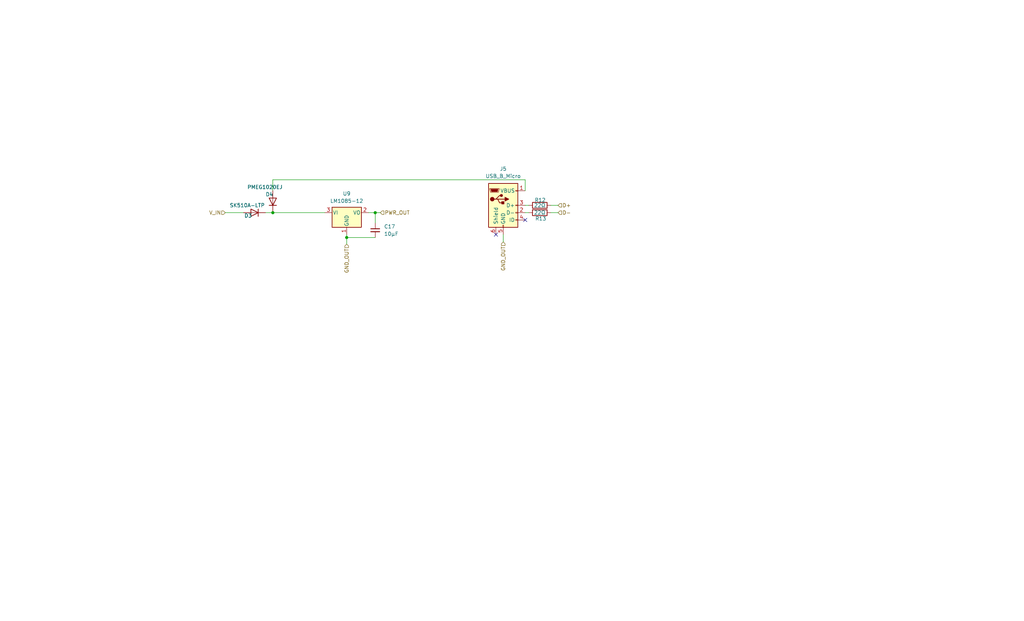
<source format=kicad_sch>
(kicad_sch (version 20231120) (generator "eeschema") (generator_version "8.0")
  (paper "USLegal")
  (title_block (title "WINTER Power Systems") (date "2024-02-11") (rev "3.1"))
  (lib_symbols
    (symbol "Connector:USB_B_Micro" (pin_names (offset 1.016))
      (property "Reference" "J" (at -5.08 11.43 0))
      (property "Value" "USB_B_Micro" (at -5.08 8.89 0))
      (symbol "USB_B_Micro_0_1"
        (rectangle (start -5.08 -7.62) (end 5.08 7.62) (stroke (width 0.254)) (fill (type background)))
        (circle (center -3.81 2.159) (radius 0.635) (stroke (width 0.254)) (fill (type outline)))
        (circle (center -0.635 3.429) (radius 0.381) (stroke (width 0.254)) (fill (type outline)))
        (rectangle (start -0.127 -7.62) (end 0.127 -6.858))
        (polyline (pts (xy -1.905 2.159) (xy 0.635 2.159)) (stroke (width 0.254)))
        (polyline (pts (xy -3.175 2.159) (xy -2.54 2.159) (xy -1.27 3.429) (xy -0.635 3.429)) (stroke (width 0.254)))
        (polyline (pts (xy -2.54 2.159) (xy -1.905 2.159) (xy -1.27 0.889) (xy 0 0.889)) (stroke (width 0.254)))
        (polyline (pts (xy 0.635 2.794) (xy 0.635 1.524) (xy 1.905 2.159) (xy 0.635 2.794)) (stroke (width 0.254)) (fill (type outline)))
        (polyline (pts (xy -4.318 5.588) (xy -1.778 5.588) (xy -2.032 4.826) (xy -4.064 4.826) (xy -4.318 5.588)) (fill (type outline)))
        (polyline (pts (xy -4.699 5.842) (xy -4.699 5.588) (xy -4.445 4.826) (xy -4.445 4.572) (xy -1.651 4.572) (xy -1.651 4.826) (xy -1.397 5.588) (xy -1.397 5.842) (xy -4.699 5.842)))
        (rectangle (start 0.254 1.27) (end -0.508 0.508) (stroke (width 0.254)) (fill (type outline)))
        (rectangle (start 5.08 -5.207) (end 4.318 -4.953))
        (rectangle (start 5.08 -2.667) (end 4.318 -2.413))
        (rectangle (start 5.08 -0.127) (end 4.318 0.127))
        (rectangle (start 5.08 4.953) (end 4.318 5.207))
      )
      (symbol "USB_B_Micro_1_1"
        (pin power_out line (at 7.62 5.08 180) (length 2.54) (name "VBUS") (number "1"))
        (pin bidirectional line (at 7.62 -2.54 180) (length 2.54) (name "D-") (number "2"))
        (pin bidirectional line (at 7.62 0 180) (length 2.54) (name "D+") (number "3"))
        (pin passive line (at 7.62 -5.08 180) (length 2.54) (name "ID") (number "4"))
        (pin power_out line (at 0 -10.16 90) (length 2.54) (name "GND") (number "5"))
        (pin passive line (at -2.54 -10.16 90) (length 2.54) (name "Shield") (number "6"))
      )
    )
    (symbol "Device:C_Small" (pin_numbers hide) (pin_names (offset 0.254) hide)
      (property "Reference" "C" (at 0.254 1.778 0))
      (property "Value" "C_Small" (at 0.254 -2.032 0))
      (symbol "C_Small_0_1"
        (polyline (pts (xy -1.524 -0.508) (xy 1.524 -0.508)) (stroke (width 0.3302)))
        (polyline (pts (xy -1.524 0.508) (xy 1.524 0.508)) (stroke (width 0.3048)))
      )
      (symbol "C_Small_1_1"
        (pin passive line (at 0 2.54 270) (length 2.032) (name "~") (number "1"))
        (pin passive line (at 0 -2.54 90) (length 2.032) (name "~") (number "2"))
      )
    )
    (symbol "Device:D" (pin_numbers hide) (pin_names (offset 1.016) hide)
      (property "Reference" "D" (at 0 2.54 0))
      (property "Value" "D" (at 0 -2.54 0))
      (symbol "D_0_1"
        (polyline (pts (xy -1.27 1.27) (xy -1.27 -1.27)) (stroke (width 0.254)))
        (polyline (pts (xy 1.27 0) (xy -1.27 0)))
        (polyline (pts (xy 1.27 1.27) (xy 1.27 -1.27) (xy -1.27 0) (xy 1.27 1.27)) (stroke (width 0.254)))
      )
      (symbol "D_1_1"
        (pin passive line (at -3.81 0 0) (length 2.54) (name "K") (number "1"))
        (pin passive line (at 3.81 0 180) (length 2.54) (name "A") (number "2"))
      )
    )
    (symbol "Device:R" (pin_numbers hide) (pin_names (offset 0))
      (property "Reference" "R" (at 2.032 0 90))
      (property "Value" "R" (at 0 0 90))
      (symbol "R_0_1"
        (rectangle (start -1.016 -2.54) (end 1.016 2.54) (stroke (width 0.254)))
      )
      (symbol "R_1_1"
        (pin passive line (at 0 3.81 270) (length 1.27) (name "~") (number "1"))
        (pin passive line (at 0 -3.81 90) (length 1.27) (name "~") (number "2"))
      )
    )
    (symbol "Regulator_Linear:LM1085-12" (pin_names (offset 0.254))
      (property "Reference" "U" (at -3.81 3.175 0))
      (property "Value" "LM1085-12" (at 0 3.175 0))
      (symbol "LM1085-12_0_1"
        (rectangle (start -5.08 1.905) (end 5.08 -5.08) (stroke (width 0.254)) (fill (type background)))
      )
      (symbol "LM1085-12_1_1"
        (pin power_in line (at 0 -7.62 90) (length 2.54) (name "GND") (number "1"))
        (pin power_out line (at 7.62 0 180) (length 2.54) (name "VO") (number "2"))
        (pin power_in line (at -7.62 0 0) (length 2.54) (name "VI") (number "3"))
      )
    )
  )
  (junction (at 130.302 73.914))
  (junction (at 120.396 82.55))
  (junction (at 94.742 73.914))
  (no_connect (at 172.212 81.534))
  (no_connect (at 182.372 76.454))
  (wire (pts (xy 191.262 73.914) (xy 193.802 73.914)))
  (wire (pts (xy 191.262 71.374) (xy 193.802 71.374)))
  (wire (pts (xy 92.202 73.914) (xy 94.742 73.914)))
  (wire (pts (xy 182.372 73.914) (xy 183.642 73.914)))
  (wire (pts (xy 120.396 82.55) (xy 120.396 84.836)))
  (wire (pts (xy 94.742 62.484) (xy 94.742 66.294)))
  (wire (pts (xy 182.372 66.294) (xy 182.372 62.484)))
  (wire (pts (xy 182.372 62.484) (xy 94.742 62.484)))
  (wire (pts (xy 174.752 84.074) (xy 174.752 81.534)))
  (wire (pts (xy 120.396 82.55) (xy 130.302 82.55)))
  (wire (pts (xy 78.232 73.914) (xy 84.582 73.914)))
  (wire (pts (xy 120.396 81.534) (xy 120.396 82.55)))
  (wire (pts (xy 112.776 73.914) (xy 94.742 73.914)))
  (wire (pts (xy 130.302 73.914) (xy 132.08 73.914)))
  (wire (pts (xy 182.372 71.374) (xy 183.642 71.374)))
  (wire (pts (xy 128.016 73.914) (xy 130.302 73.914)))
  (wire (pts (xy 130.302 73.914) (xy 130.302 77.47)))
  (hierarchical_label "PWR_OUT" (shape input) (at 132.08 73.914 0))
  (hierarchical_label "GND_OUT" (shape input) (at 174.752 84.074 270))
  (hierarchical_label "D+" (shape input) (at 193.802 71.374 0))
  (hierarchical_label "GND_OUT" (shape input) (at 120.396 84.836 270))
  (hierarchical_label "D-" (shape input) (at 193.802 73.914 0))
  (hierarchical_label "V_IN" (shape input) (at 78.232 73.914 180))
  (symbol (lib_id "Device:R") (at 187.452 71.374 90) (unit 1)
    (property "Reference" "R12" (at 187.5698 69.5467 90))
    (property "Value" "22Ω" (at 187.452 71.374 90))
    (property "Footprint" "Resistor_SMD:R_0603_1608Metric" (effects (hide yes)))
  )
  (symbol (lib_id "Device:D") (at 88.392 73.914 180) (unit 1)
    (property "Reference" "D3" (at 86.17 74.9425 0))
    (property "Value" "SK510A-LTP" (at 85.852 71.374 0))
    (property "Footprint" "Diode_SMD:D_SMA" (effects (hide yes)))
  )
  (symbol (lib_id "Connector:USB_B_Micro") (at 174.752 71.374 0) (unit 1)
    (property "Reference" "J5" (at 174.752 58.674 0))
    (property "Value" "USB_B_Micro" (at 174.752 61.214 0))
    (property "Footprint" "Connector_USB:USB_Micro-B_GCT_USB3076-30-A" (effects (hide yes)))
  )
  (symbol (lib_id "Device:D") (at 94.742 70.104 90) (unit 1)
    (property "Reference" "D4" (at 92.202 67.564 90) (effects (justify right)))
    (property "Value" "PMEG1020EJ" (at 85.852 65.024 90) (effects (justify right)))
    (property "Footprint" "Diode_SMD:D_SOD-323F" (effects (hide yes)))
  )
  (symbol (lib_id "Device:C_Small") (at 130.302 80.01 0) (unit 1)
    (property "Reference" "C17" (at 133.35 78.7463 0) (effects (justify left)))
    (property "Value" "10µF" (at 133.35 81.2863 0) (effects (justify left)))
    (property "Footprint" "Capacitor_SMD:C_0603_1608Metric" (effects (hide yes)))
  )
  (symbol (lib_id "Device:R") (at 187.452 73.914 90) (unit 1)
    (property "Reference" "R13" (at 187.7822 75.9634 90))
    (property "Value" "22Ω" (at 187.452 73.914 90))
    (property "Footprint" "Resistor_SMD:R_0603_1608Metric" (effects (hide yes)))
  )
  (symbol (lib_id "Regulator_Linear:LM1085-12") (at 120.396 73.914 0) (unit 1)
    (property "Reference" "U9" (at 120.396 67.31 0))
    (property "Value" "LM1085-12" (at 120.396 69.85 0))
    (property "Footprint" "Package_TO_SOT_THT:TO-220-3_Vertical" (effects (hide yes)))
    (property "Datasheet" "http://www.ti.com/lit/ds/symlink/lm1085.pdf" (effects (hide yes)))
  )
)
</source>
